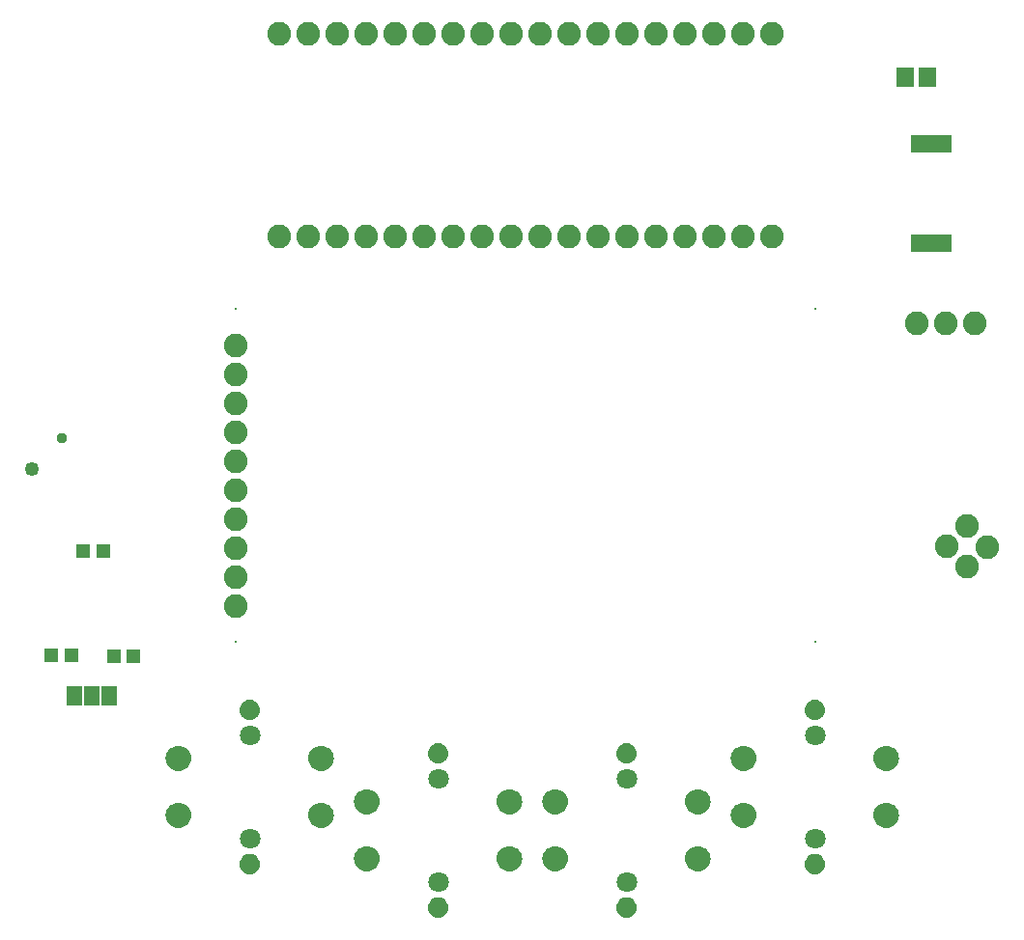
<source format=gbr>
G04 EAGLE Gerber X2 export*
%TF.Part,Single*%
%TF.FileFunction,Soldermask,Bot,1*%
%TF.FilePolarity,Negative*%
%TF.GenerationSoftware,Autodesk,EAGLE,9.0.0*%
%TF.CreationDate,2018-05-04T20:30:49Z*%
G75*
%MOMM*%
%FSLAX34Y34*%
%LPD*%
%AMOC8*
5,1,8,0,0,1.08239X$1,22.5*%
G01*
%ADD10C,0.205400*%
%ADD11C,1.803200*%
%ADD12R,1.303200X1.203200*%
%ADD13C,2.082800*%
%ADD14R,3.603200X1.503200*%
%ADD15R,1.371600X1.803400*%
%ADD16R,1.503200X1.803200*%
%ADD17C,0.953200*%
%ADD18C,1.253200*%

G36*
X851792Y205270D02*
X851792Y205270D01*
X851835Y205282D01*
X851901Y205289D01*
X853697Y205771D01*
X853714Y205779D01*
X853720Y205780D01*
X853734Y205788D01*
X853737Y205790D01*
X853801Y205809D01*
X855486Y206594D01*
X855523Y206620D01*
X855582Y206650D01*
X857105Y207716D01*
X857136Y207748D01*
X857190Y207787D01*
X858505Y209102D01*
X858530Y209139D01*
X858576Y209187D01*
X859642Y210710D01*
X859661Y210751D01*
X859698Y210806D01*
X860483Y212491D01*
X860495Y212534D01*
X860521Y212595D01*
X861003Y214391D01*
X861006Y214436D01*
X861022Y214500D01*
X861184Y216353D01*
X861179Y216401D01*
X861182Y216478D01*
X860955Y218532D01*
X860950Y218550D01*
X860949Y218556D01*
X860944Y218569D01*
X860941Y218578D01*
X860929Y218653D01*
X860306Y220624D01*
X860283Y220666D01*
X860257Y220738D01*
X859261Y222549D01*
X859252Y222559D01*
X859248Y222569D01*
X859226Y222593D01*
X859190Y222651D01*
X857860Y224233D01*
X857823Y224263D01*
X857771Y224320D01*
X856158Y225611D01*
X856116Y225634D01*
X856054Y225679D01*
X854220Y226631D01*
X854174Y226645D01*
X854104Y226677D01*
X852120Y227253D01*
X852072Y227258D01*
X851997Y227276D01*
X849939Y227454D01*
X849895Y227450D01*
X849829Y227454D01*
X847771Y227276D01*
X847724Y227264D01*
X847648Y227253D01*
X845664Y226677D01*
X845620Y226656D01*
X845548Y226631D01*
X843714Y225679D01*
X843676Y225650D01*
X843610Y225611D01*
X841997Y224320D01*
X841965Y224283D01*
X841908Y224233D01*
X840578Y222651D01*
X840554Y222609D01*
X840507Y222549D01*
X839511Y220738D01*
X839496Y220692D01*
X839462Y220624D01*
X838839Y218653D01*
X838832Y218606D01*
X838813Y218532D01*
X838586Y216478D01*
X838589Y216430D01*
X838584Y216353D01*
X838746Y214500D01*
X838758Y214457D01*
X838765Y214391D01*
X839247Y212595D01*
X839266Y212555D01*
X839285Y212491D01*
X840070Y210806D01*
X840096Y210769D01*
X840126Y210710D01*
X841192Y209187D01*
X841224Y209156D01*
X841263Y209102D01*
X842578Y207787D01*
X842615Y207762D01*
X842663Y207716D01*
X844186Y206650D01*
X844227Y206631D01*
X844282Y206594D01*
X845967Y205809D01*
X846010Y205797D01*
X846071Y205771D01*
X847867Y205289D01*
X847912Y205286D01*
X847976Y205270D01*
X849829Y205108D01*
X849873Y205112D01*
X849939Y205108D01*
X851792Y205270D01*
G37*
G36*
X686692Y167170D02*
X686692Y167170D01*
X686735Y167182D01*
X686801Y167189D01*
X688597Y167671D01*
X688614Y167679D01*
X688620Y167680D01*
X688634Y167688D01*
X688637Y167690D01*
X688701Y167709D01*
X690386Y168494D01*
X690423Y168520D01*
X690482Y168550D01*
X692005Y169616D01*
X692036Y169648D01*
X692090Y169687D01*
X693405Y171002D01*
X693430Y171039D01*
X693476Y171087D01*
X694542Y172610D01*
X694561Y172651D01*
X694598Y172706D01*
X695383Y174391D01*
X695395Y174434D01*
X695421Y174495D01*
X695903Y176291D01*
X695906Y176336D01*
X695922Y176400D01*
X696084Y178253D01*
X696079Y178301D01*
X696082Y178378D01*
X695855Y180432D01*
X695850Y180450D01*
X695849Y180456D01*
X695844Y180469D01*
X695841Y180478D01*
X695829Y180553D01*
X695206Y182524D01*
X695183Y182566D01*
X695157Y182638D01*
X694161Y184449D01*
X694152Y184459D01*
X694148Y184469D01*
X694126Y184493D01*
X694090Y184551D01*
X692760Y186133D01*
X692723Y186163D01*
X692671Y186220D01*
X691058Y187511D01*
X691016Y187534D01*
X690954Y187579D01*
X689120Y188531D01*
X689074Y188545D01*
X689004Y188577D01*
X687020Y189153D01*
X686972Y189158D01*
X686897Y189176D01*
X684839Y189354D01*
X684795Y189350D01*
X684729Y189354D01*
X682671Y189176D01*
X682624Y189164D01*
X682548Y189153D01*
X680564Y188577D01*
X680520Y188556D01*
X680448Y188531D01*
X678614Y187579D01*
X678576Y187550D01*
X678510Y187511D01*
X676897Y186220D01*
X676865Y186183D01*
X676808Y186133D01*
X675478Y184551D01*
X675454Y184509D01*
X675407Y184449D01*
X674411Y182638D01*
X674396Y182592D01*
X674362Y182524D01*
X673739Y180553D01*
X673732Y180506D01*
X673713Y180432D01*
X673486Y178378D01*
X673489Y178330D01*
X673484Y178253D01*
X673646Y176400D01*
X673658Y176357D01*
X673665Y176291D01*
X674147Y174495D01*
X674166Y174455D01*
X674185Y174391D01*
X674970Y172706D01*
X674996Y172669D01*
X675026Y172610D01*
X676092Y171087D01*
X676124Y171056D01*
X676163Y171002D01*
X677478Y169687D01*
X677515Y169662D01*
X677563Y169616D01*
X679086Y168550D01*
X679127Y168531D01*
X679182Y168494D01*
X680867Y167709D01*
X680910Y167697D01*
X680971Y167671D01*
X682767Y167189D01*
X682812Y167186D01*
X682876Y167170D01*
X684729Y167008D01*
X684773Y167012D01*
X684839Y167008D01*
X686692Y167170D01*
G37*
G36*
X521592Y167170D02*
X521592Y167170D01*
X521635Y167182D01*
X521701Y167189D01*
X523497Y167671D01*
X523514Y167679D01*
X523520Y167680D01*
X523534Y167688D01*
X523537Y167690D01*
X523601Y167709D01*
X525286Y168494D01*
X525323Y168520D01*
X525382Y168550D01*
X526905Y169616D01*
X526936Y169648D01*
X526990Y169687D01*
X528305Y171002D01*
X528330Y171039D01*
X528376Y171087D01*
X529442Y172610D01*
X529461Y172651D01*
X529498Y172706D01*
X530283Y174391D01*
X530295Y174434D01*
X530321Y174495D01*
X530803Y176291D01*
X530806Y176336D01*
X530822Y176400D01*
X530984Y178253D01*
X530979Y178301D01*
X530982Y178378D01*
X530755Y180432D01*
X530750Y180450D01*
X530749Y180456D01*
X530744Y180469D01*
X530741Y180478D01*
X530729Y180553D01*
X530106Y182524D01*
X530083Y182566D01*
X530057Y182638D01*
X529061Y184449D01*
X529052Y184459D01*
X529048Y184469D01*
X529026Y184493D01*
X528990Y184551D01*
X527660Y186133D01*
X527623Y186163D01*
X527571Y186220D01*
X525958Y187511D01*
X525916Y187534D01*
X525854Y187579D01*
X524020Y188531D01*
X523974Y188545D01*
X523904Y188577D01*
X521920Y189153D01*
X521872Y189158D01*
X521797Y189176D01*
X519739Y189354D01*
X519695Y189350D01*
X519629Y189354D01*
X517571Y189176D01*
X517524Y189164D01*
X517448Y189153D01*
X515464Y188577D01*
X515420Y188556D01*
X515348Y188531D01*
X513514Y187579D01*
X513476Y187550D01*
X513410Y187511D01*
X511797Y186220D01*
X511765Y186183D01*
X511708Y186133D01*
X510378Y184551D01*
X510354Y184509D01*
X510307Y184449D01*
X509311Y182638D01*
X509296Y182592D01*
X509262Y182524D01*
X508639Y180553D01*
X508632Y180506D01*
X508613Y180432D01*
X508386Y178378D01*
X508389Y178330D01*
X508384Y178253D01*
X508546Y176400D01*
X508558Y176357D01*
X508565Y176291D01*
X509047Y174495D01*
X509066Y174455D01*
X509085Y174391D01*
X509870Y172706D01*
X509896Y172669D01*
X509926Y172610D01*
X510992Y171087D01*
X511024Y171056D01*
X511063Y171002D01*
X512378Y169687D01*
X512415Y169662D01*
X512463Y169616D01*
X513986Y168550D01*
X514027Y168531D01*
X514082Y168494D01*
X515767Y167709D01*
X515810Y167697D01*
X515871Y167671D01*
X517667Y167189D01*
X517712Y167186D01*
X517776Y167170D01*
X519629Y167008D01*
X519673Y167012D01*
X519739Y167008D01*
X521592Y167170D01*
G37*
G36*
X561724Y167170D02*
X561724Y167170D01*
X561767Y167182D01*
X561833Y167189D01*
X563629Y167671D01*
X563646Y167679D01*
X563652Y167680D01*
X563666Y167688D01*
X563669Y167690D01*
X563733Y167709D01*
X565418Y168494D01*
X565455Y168520D01*
X565514Y168550D01*
X567037Y169616D01*
X567068Y169648D01*
X567122Y169687D01*
X568437Y171002D01*
X568462Y171039D01*
X568508Y171087D01*
X569574Y172610D01*
X569593Y172651D01*
X569630Y172706D01*
X570415Y174391D01*
X570427Y174434D01*
X570453Y174495D01*
X570935Y176291D01*
X570938Y176336D01*
X570954Y176400D01*
X571116Y178253D01*
X571111Y178301D01*
X571114Y178378D01*
X570887Y180432D01*
X570882Y180450D01*
X570881Y180456D01*
X570876Y180469D01*
X570873Y180478D01*
X570861Y180553D01*
X570238Y182524D01*
X570215Y182566D01*
X570189Y182638D01*
X569193Y184449D01*
X569184Y184459D01*
X569180Y184469D01*
X569158Y184493D01*
X569122Y184551D01*
X567792Y186133D01*
X567755Y186163D01*
X567703Y186220D01*
X566090Y187511D01*
X566048Y187534D01*
X565986Y187579D01*
X564152Y188531D01*
X564106Y188545D01*
X564036Y188577D01*
X562052Y189153D01*
X562004Y189158D01*
X561929Y189176D01*
X559871Y189354D01*
X559827Y189350D01*
X559761Y189354D01*
X557703Y189176D01*
X557656Y189164D01*
X557580Y189153D01*
X555596Y188577D01*
X555552Y188556D01*
X555480Y188531D01*
X553646Y187579D01*
X553608Y187550D01*
X553542Y187511D01*
X551929Y186220D01*
X551897Y186183D01*
X551840Y186133D01*
X550510Y184551D01*
X550486Y184509D01*
X550439Y184449D01*
X549443Y182638D01*
X549428Y182592D01*
X549394Y182524D01*
X548771Y180553D01*
X548764Y180506D01*
X548745Y180432D01*
X548518Y178378D01*
X548521Y178330D01*
X548516Y178253D01*
X548678Y176400D01*
X548690Y176357D01*
X548697Y176291D01*
X549179Y174495D01*
X549198Y174455D01*
X549217Y174391D01*
X550002Y172706D01*
X550028Y172669D01*
X550058Y172610D01*
X551124Y171087D01*
X551156Y171056D01*
X551195Y171002D01*
X552510Y169687D01*
X552547Y169662D01*
X552595Y169616D01*
X554118Y168550D01*
X554159Y168531D01*
X554214Y168494D01*
X555899Y167709D01*
X555942Y167697D01*
X556003Y167671D01*
X557799Y167189D01*
X557844Y167186D01*
X557908Y167170D01*
X559761Y167008D01*
X559805Y167012D01*
X559871Y167008D01*
X561724Y167170D01*
G37*
G36*
X231524Y255308D02*
X231524Y255308D01*
X231567Y255320D01*
X231633Y255327D01*
X233429Y255809D01*
X233446Y255817D01*
X233452Y255818D01*
X233466Y255826D01*
X233469Y255828D01*
X233533Y255847D01*
X235218Y256632D01*
X235255Y256658D01*
X235314Y256688D01*
X236837Y257754D01*
X236868Y257786D01*
X236922Y257825D01*
X238237Y259140D01*
X238262Y259177D01*
X238308Y259225D01*
X239374Y260748D01*
X239393Y260789D01*
X239430Y260844D01*
X240215Y262529D01*
X240227Y262572D01*
X240253Y262633D01*
X240735Y264429D01*
X240738Y264474D01*
X240754Y264538D01*
X240916Y266391D01*
X240911Y266439D01*
X240914Y266516D01*
X240687Y268570D01*
X240682Y268588D01*
X240681Y268594D01*
X240676Y268607D01*
X240673Y268616D01*
X240661Y268691D01*
X240038Y270662D01*
X240015Y270704D01*
X239989Y270776D01*
X238993Y272587D01*
X238984Y272597D01*
X238980Y272607D01*
X238958Y272631D01*
X238922Y272689D01*
X237592Y274271D01*
X237555Y274301D01*
X237503Y274358D01*
X235890Y275649D01*
X235848Y275672D01*
X235786Y275717D01*
X233952Y276669D01*
X233906Y276683D01*
X233836Y276715D01*
X231852Y277291D01*
X231804Y277296D01*
X231729Y277314D01*
X229671Y277492D01*
X229627Y277488D01*
X229561Y277492D01*
X227503Y277314D01*
X227456Y277302D01*
X227380Y277291D01*
X225396Y276715D01*
X225352Y276694D01*
X225280Y276669D01*
X223446Y275717D01*
X223408Y275688D01*
X223342Y275649D01*
X221729Y274358D01*
X221697Y274321D01*
X221640Y274271D01*
X220310Y272689D01*
X220286Y272647D01*
X220239Y272587D01*
X219243Y270776D01*
X219228Y270730D01*
X219194Y270662D01*
X218571Y268691D01*
X218564Y268644D01*
X218545Y268570D01*
X218318Y266516D01*
X218321Y266468D01*
X218316Y266391D01*
X218478Y264538D01*
X218490Y264495D01*
X218497Y264429D01*
X218979Y262633D01*
X218998Y262593D01*
X219017Y262529D01*
X219802Y260844D01*
X219828Y260807D01*
X219858Y260748D01*
X220924Y259225D01*
X220956Y259194D01*
X220995Y259140D01*
X222310Y257825D01*
X222347Y257800D01*
X222395Y257754D01*
X223918Y256688D01*
X223959Y256669D01*
X224014Y256632D01*
X225699Y255847D01*
X225742Y255835D01*
X225803Y255809D01*
X227599Y255327D01*
X227644Y255324D01*
X227708Y255308D01*
X229561Y255146D01*
X229605Y255150D01*
X229671Y255146D01*
X231524Y255308D01*
G37*
G36*
X851792Y255308D02*
X851792Y255308D01*
X851835Y255320D01*
X851901Y255327D01*
X853697Y255809D01*
X853714Y255817D01*
X853720Y255818D01*
X853734Y255826D01*
X853737Y255828D01*
X853801Y255847D01*
X855486Y256632D01*
X855523Y256658D01*
X855582Y256688D01*
X857105Y257754D01*
X857136Y257786D01*
X857190Y257825D01*
X858505Y259140D01*
X858530Y259177D01*
X858576Y259225D01*
X859642Y260748D01*
X859661Y260789D01*
X859698Y260844D01*
X860483Y262529D01*
X860495Y262572D01*
X860521Y262633D01*
X861003Y264429D01*
X861006Y264474D01*
X861022Y264538D01*
X861184Y266391D01*
X861179Y266439D01*
X861182Y266516D01*
X860955Y268570D01*
X860950Y268588D01*
X860949Y268594D01*
X860944Y268607D01*
X860941Y268616D01*
X860929Y268691D01*
X860306Y270662D01*
X860283Y270704D01*
X860257Y270776D01*
X859261Y272587D01*
X859252Y272597D01*
X859248Y272607D01*
X859226Y272631D01*
X859190Y272689D01*
X857860Y274271D01*
X857823Y274301D01*
X857771Y274358D01*
X856158Y275649D01*
X856116Y275672D01*
X856054Y275717D01*
X854220Y276669D01*
X854174Y276683D01*
X854104Y276715D01*
X852120Y277291D01*
X852072Y277296D01*
X851997Y277314D01*
X849939Y277492D01*
X849895Y277488D01*
X849829Y277492D01*
X847771Y277314D01*
X847724Y277302D01*
X847648Y277291D01*
X845664Y276715D01*
X845620Y276694D01*
X845548Y276669D01*
X843714Y275717D01*
X843676Y275688D01*
X843610Y275649D01*
X841997Y274358D01*
X841965Y274321D01*
X841908Y274271D01*
X840578Y272689D01*
X840554Y272647D01*
X840507Y272587D01*
X839511Y270776D01*
X839496Y270730D01*
X839462Y270662D01*
X838839Y268691D01*
X838832Y268644D01*
X838813Y268570D01*
X838586Y266516D01*
X838589Y266468D01*
X838584Y266391D01*
X838746Y264538D01*
X838758Y264495D01*
X838765Y264429D01*
X839247Y262633D01*
X839266Y262593D01*
X839285Y262529D01*
X840070Y260844D01*
X840096Y260807D01*
X840126Y260748D01*
X841192Y259225D01*
X841224Y259194D01*
X841263Y259140D01*
X842578Y257825D01*
X842615Y257800D01*
X842663Y257754D01*
X844186Y256688D01*
X844227Y256669D01*
X844282Y256632D01*
X845967Y255847D01*
X846010Y255835D01*
X846071Y255809D01*
X847867Y255327D01*
X847912Y255324D01*
X847976Y255308D01*
X849829Y255146D01*
X849873Y255150D01*
X849939Y255146D01*
X851792Y255308D01*
G37*
G36*
X356492Y255308D02*
X356492Y255308D01*
X356535Y255320D01*
X356601Y255327D01*
X358397Y255809D01*
X358414Y255817D01*
X358420Y255818D01*
X358434Y255826D01*
X358437Y255828D01*
X358501Y255847D01*
X360186Y256632D01*
X360223Y256658D01*
X360282Y256688D01*
X361805Y257754D01*
X361836Y257786D01*
X361890Y257825D01*
X363205Y259140D01*
X363230Y259177D01*
X363276Y259225D01*
X364342Y260748D01*
X364361Y260789D01*
X364398Y260844D01*
X365183Y262529D01*
X365195Y262572D01*
X365221Y262633D01*
X365703Y264429D01*
X365706Y264474D01*
X365722Y264538D01*
X365884Y266391D01*
X365879Y266439D01*
X365882Y266516D01*
X365655Y268570D01*
X365650Y268588D01*
X365649Y268594D01*
X365644Y268607D01*
X365641Y268616D01*
X365629Y268691D01*
X365006Y270662D01*
X364983Y270704D01*
X364957Y270776D01*
X363961Y272587D01*
X363952Y272597D01*
X363948Y272607D01*
X363926Y272631D01*
X363890Y272689D01*
X362560Y274271D01*
X362523Y274301D01*
X362471Y274358D01*
X360858Y275649D01*
X360816Y275672D01*
X360754Y275717D01*
X358920Y276669D01*
X358874Y276683D01*
X358804Y276715D01*
X356820Y277291D01*
X356772Y277296D01*
X356697Y277314D01*
X354639Y277492D01*
X354595Y277488D01*
X354529Y277492D01*
X352471Y277314D01*
X352424Y277302D01*
X352348Y277291D01*
X350364Y276715D01*
X350320Y276694D01*
X350248Y276669D01*
X348414Y275717D01*
X348376Y275688D01*
X348310Y275649D01*
X346697Y274358D01*
X346665Y274321D01*
X346608Y274271D01*
X345278Y272689D01*
X345254Y272647D01*
X345207Y272587D01*
X344211Y270776D01*
X344196Y270730D01*
X344162Y270662D01*
X343539Y268691D01*
X343532Y268644D01*
X343513Y268570D01*
X343286Y266516D01*
X343289Y266468D01*
X343284Y266391D01*
X343446Y264538D01*
X343458Y264495D01*
X343465Y264429D01*
X343947Y262633D01*
X343966Y262593D01*
X343985Y262529D01*
X344770Y260844D01*
X344796Y260807D01*
X344826Y260748D01*
X345892Y259225D01*
X345924Y259194D01*
X345963Y259140D01*
X347278Y257825D01*
X347315Y257800D01*
X347363Y257754D01*
X348886Y256688D01*
X348927Y256669D01*
X348982Y256632D01*
X350667Y255847D01*
X350710Y255835D01*
X350771Y255809D01*
X352567Y255327D01*
X352612Y255324D01*
X352676Y255308D01*
X354529Y255146D01*
X354573Y255150D01*
X354639Y255146D01*
X356492Y255308D01*
G37*
G36*
X726824Y255308D02*
X726824Y255308D01*
X726867Y255320D01*
X726933Y255327D01*
X728729Y255809D01*
X728746Y255817D01*
X728752Y255818D01*
X728766Y255826D01*
X728769Y255828D01*
X728833Y255847D01*
X730518Y256632D01*
X730555Y256658D01*
X730614Y256688D01*
X732137Y257754D01*
X732168Y257786D01*
X732222Y257825D01*
X733537Y259140D01*
X733562Y259177D01*
X733608Y259225D01*
X734674Y260748D01*
X734693Y260789D01*
X734730Y260844D01*
X735515Y262529D01*
X735527Y262572D01*
X735553Y262633D01*
X736035Y264429D01*
X736038Y264474D01*
X736054Y264538D01*
X736216Y266391D01*
X736211Y266439D01*
X736214Y266516D01*
X735987Y268570D01*
X735982Y268588D01*
X735981Y268594D01*
X735976Y268607D01*
X735973Y268616D01*
X735961Y268691D01*
X735338Y270662D01*
X735315Y270704D01*
X735289Y270776D01*
X734293Y272587D01*
X734284Y272597D01*
X734280Y272607D01*
X734258Y272631D01*
X734222Y272689D01*
X732892Y274271D01*
X732855Y274301D01*
X732803Y274358D01*
X731190Y275649D01*
X731148Y275672D01*
X731086Y275717D01*
X729252Y276669D01*
X729206Y276683D01*
X729136Y276715D01*
X727152Y277291D01*
X727104Y277296D01*
X727029Y277314D01*
X724971Y277492D01*
X724927Y277488D01*
X724861Y277492D01*
X722803Y277314D01*
X722756Y277302D01*
X722680Y277291D01*
X720696Y276715D01*
X720652Y276694D01*
X720580Y276669D01*
X718746Y275717D01*
X718708Y275688D01*
X718642Y275649D01*
X717029Y274358D01*
X716997Y274321D01*
X716940Y274271D01*
X715610Y272689D01*
X715586Y272647D01*
X715539Y272587D01*
X714543Y270776D01*
X714528Y270730D01*
X714494Y270662D01*
X713871Y268691D01*
X713864Y268644D01*
X713845Y268570D01*
X713618Y266516D01*
X713621Y266468D01*
X713616Y266391D01*
X713778Y264538D01*
X713790Y264495D01*
X713797Y264429D01*
X714279Y262633D01*
X714298Y262593D01*
X714317Y262529D01*
X715102Y260844D01*
X715128Y260807D01*
X715158Y260748D01*
X716224Y259225D01*
X716256Y259194D01*
X716295Y259140D01*
X717610Y257825D01*
X717647Y257800D01*
X717695Y257754D01*
X719218Y256688D01*
X719259Y256669D01*
X719314Y256632D01*
X720999Y255847D01*
X721042Y255835D01*
X721103Y255809D01*
X722899Y255327D01*
X722944Y255324D01*
X723008Y255308D01*
X724861Y255146D01*
X724905Y255150D01*
X724971Y255146D01*
X726824Y255308D01*
G37*
G36*
X686692Y217208D02*
X686692Y217208D01*
X686735Y217220D01*
X686801Y217227D01*
X688597Y217709D01*
X688614Y217717D01*
X688620Y217718D01*
X688634Y217726D01*
X688637Y217728D01*
X688701Y217747D01*
X690386Y218532D01*
X690423Y218558D01*
X690482Y218588D01*
X692005Y219654D01*
X692036Y219686D01*
X692090Y219725D01*
X693405Y221040D01*
X693430Y221077D01*
X693476Y221125D01*
X694542Y222648D01*
X694561Y222689D01*
X694598Y222744D01*
X695383Y224429D01*
X695395Y224472D01*
X695421Y224533D01*
X695903Y226329D01*
X695906Y226374D01*
X695922Y226438D01*
X696084Y228291D01*
X696079Y228339D01*
X696082Y228416D01*
X695855Y230470D01*
X695850Y230488D01*
X695849Y230494D01*
X695844Y230507D01*
X695841Y230516D01*
X695829Y230591D01*
X695206Y232562D01*
X695183Y232604D01*
X695157Y232676D01*
X694161Y234487D01*
X694152Y234497D01*
X694148Y234507D01*
X694126Y234531D01*
X694090Y234589D01*
X692760Y236171D01*
X692723Y236201D01*
X692671Y236258D01*
X691058Y237549D01*
X691016Y237572D01*
X690954Y237617D01*
X689120Y238569D01*
X689074Y238583D01*
X689004Y238615D01*
X687020Y239191D01*
X686972Y239196D01*
X686897Y239214D01*
X684839Y239392D01*
X684795Y239388D01*
X684729Y239392D01*
X682671Y239214D01*
X682624Y239202D01*
X682548Y239191D01*
X680564Y238615D01*
X680520Y238594D01*
X680448Y238569D01*
X678614Y237617D01*
X678576Y237588D01*
X678510Y237549D01*
X676897Y236258D01*
X676865Y236221D01*
X676808Y236171D01*
X675478Y234589D01*
X675454Y234547D01*
X675407Y234487D01*
X674411Y232676D01*
X674396Y232630D01*
X674362Y232562D01*
X673739Y230591D01*
X673732Y230544D01*
X673713Y230470D01*
X673486Y228416D01*
X673489Y228368D01*
X673484Y228291D01*
X673646Y226438D01*
X673658Y226395D01*
X673665Y226329D01*
X674147Y224533D01*
X674166Y224493D01*
X674185Y224429D01*
X674970Y222744D01*
X674996Y222707D01*
X675026Y222648D01*
X676092Y221125D01*
X676124Y221094D01*
X676163Y221040D01*
X677478Y219725D01*
X677515Y219700D01*
X677563Y219654D01*
X679086Y218588D01*
X679127Y218569D01*
X679182Y218532D01*
X680867Y217747D01*
X680910Y217735D01*
X680971Y217709D01*
X682767Y217227D01*
X682812Y217224D01*
X682876Y217208D01*
X684729Y217046D01*
X684773Y217050D01*
X684839Y217046D01*
X686692Y217208D01*
G37*
G36*
X396624Y217208D02*
X396624Y217208D01*
X396667Y217220D01*
X396733Y217227D01*
X398529Y217709D01*
X398546Y217717D01*
X398552Y217718D01*
X398566Y217726D01*
X398569Y217728D01*
X398633Y217747D01*
X400318Y218532D01*
X400355Y218558D01*
X400414Y218588D01*
X401937Y219654D01*
X401968Y219686D01*
X402022Y219725D01*
X403337Y221040D01*
X403362Y221077D01*
X403408Y221125D01*
X404474Y222648D01*
X404493Y222689D01*
X404530Y222744D01*
X405315Y224429D01*
X405327Y224472D01*
X405353Y224533D01*
X405835Y226329D01*
X405838Y226374D01*
X405854Y226438D01*
X406016Y228291D01*
X406011Y228339D01*
X406014Y228416D01*
X405787Y230470D01*
X405782Y230488D01*
X405781Y230494D01*
X405776Y230507D01*
X405773Y230516D01*
X405761Y230591D01*
X405138Y232562D01*
X405115Y232604D01*
X405089Y232676D01*
X404093Y234487D01*
X404084Y234497D01*
X404080Y234507D01*
X404058Y234531D01*
X404022Y234589D01*
X402692Y236171D01*
X402655Y236201D01*
X402603Y236258D01*
X400990Y237549D01*
X400948Y237572D01*
X400886Y237617D01*
X399052Y238569D01*
X399006Y238583D01*
X398936Y238615D01*
X396952Y239191D01*
X396904Y239196D01*
X396829Y239214D01*
X394771Y239392D01*
X394727Y239388D01*
X394661Y239392D01*
X392603Y239214D01*
X392556Y239202D01*
X392480Y239191D01*
X390496Y238615D01*
X390452Y238594D01*
X390380Y238569D01*
X388546Y237617D01*
X388508Y237588D01*
X388442Y237549D01*
X386829Y236258D01*
X386797Y236221D01*
X386740Y236171D01*
X385410Y234589D01*
X385386Y234547D01*
X385339Y234487D01*
X384343Y232676D01*
X384328Y232630D01*
X384294Y232562D01*
X383671Y230591D01*
X383664Y230544D01*
X383645Y230470D01*
X383418Y228416D01*
X383421Y228368D01*
X383416Y228291D01*
X383578Y226438D01*
X383590Y226395D01*
X383597Y226329D01*
X384079Y224533D01*
X384098Y224493D01*
X384117Y224429D01*
X384902Y222744D01*
X384928Y222707D01*
X384958Y222648D01*
X386024Y221125D01*
X386056Y221094D01*
X386095Y221040D01*
X387410Y219725D01*
X387447Y219700D01*
X387495Y219654D01*
X389018Y218588D01*
X389059Y218569D01*
X389114Y218532D01*
X390799Y217747D01*
X390842Y217735D01*
X390903Y217709D01*
X392699Y217227D01*
X392744Y217224D01*
X392808Y217208D01*
X394661Y217046D01*
X394705Y217050D01*
X394771Y217046D01*
X396624Y217208D01*
G37*
G36*
X561724Y217208D02*
X561724Y217208D01*
X561767Y217220D01*
X561833Y217227D01*
X563629Y217709D01*
X563646Y217717D01*
X563652Y217718D01*
X563666Y217726D01*
X563669Y217728D01*
X563733Y217747D01*
X565418Y218532D01*
X565455Y218558D01*
X565514Y218588D01*
X567037Y219654D01*
X567068Y219686D01*
X567122Y219725D01*
X568437Y221040D01*
X568462Y221077D01*
X568508Y221125D01*
X569574Y222648D01*
X569593Y222689D01*
X569630Y222744D01*
X570415Y224429D01*
X570427Y224472D01*
X570453Y224533D01*
X570935Y226329D01*
X570938Y226374D01*
X570954Y226438D01*
X571116Y228291D01*
X571111Y228339D01*
X571114Y228416D01*
X570887Y230470D01*
X570882Y230488D01*
X570881Y230494D01*
X570876Y230507D01*
X570873Y230516D01*
X570861Y230591D01*
X570238Y232562D01*
X570215Y232604D01*
X570189Y232676D01*
X569193Y234487D01*
X569184Y234497D01*
X569180Y234507D01*
X569158Y234531D01*
X569122Y234589D01*
X567792Y236171D01*
X567755Y236201D01*
X567703Y236258D01*
X566090Y237549D01*
X566048Y237572D01*
X565986Y237617D01*
X564152Y238569D01*
X564106Y238583D01*
X564036Y238615D01*
X562052Y239191D01*
X562004Y239196D01*
X561929Y239214D01*
X559871Y239392D01*
X559827Y239388D01*
X559761Y239392D01*
X557703Y239214D01*
X557656Y239202D01*
X557580Y239191D01*
X555596Y238615D01*
X555552Y238594D01*
X555480Y238569D01*
X553646Y237617D01*
X553608Y237588D01*
X553542Y237549D01*
X551929Y236258D01*
X551897Y236221D01*
X551840Y236171D01*
X550510Y234589D01*
X550486Y234547D01*
X550439Y234487D01*
X549443Y232676D01*
X549428Y232630D01*
X549394Y232562D01*
X548771Y230591D01*
X548764Y230544D01*
X548745Y230470D01*
X548518Y228416D01*
X548521Y228368D01*
X548516Y228291D01*
X548678Y226438D01*
X548690Y226395D01*
X548697Y226329D01*
X549179Y224533D01*
X549198Y224493D01*
X549217Y224429D01*
X550002Y222744D01*
X550028Y222707D01*
X550058Y222648D01*
X551124Y221125D01*
X551156Y221094D01*
X551195Y221040D01*
X552510Y219725D01*
X552547Y219700D01*
X552595Y219654D01*
X554118Y218588D01*
X554159Y218569D01*
X554214Y218532D01*
X555899Y217747D01*
X555942Y217735D01*
X556003Y217709D01*
X557799Y217227D01*
X557844Y217224D01*
X557908Y217208D01*
X559761Y217046D01*
X559805Y217050D01*
X559871Y217046D01*
X561724Y217208D01*
G37*
G36*
X521592Y217208D02*
X521592Y217208D01*
X521635Y217220D01*
X521701Y217227D01*
X523497Y217709D01*
X523514Y217717D01*
X523520Y217718D01*
X523534Y217726D01*
X523537Y217728D01*
X523601Y217747D01*
X525286Y218532D01*
X525323Y218558D01*
X525382Y218588D01*
X526905Y219654D01*
X526936Y219686D01*
X526990Y219725D01*
X528305Y221040D01*
X528330Y221077D01*
X528376Y221125D01*
X529442Y222648D01*
X529461Y222689D01*
X529498Y222744D01*
X530283Y224429D01*
X530295Y224472D01*
X530321Y224533D01*
X530803Y226329D01*
X530806Y226374D01*
X530822Y226438D01*
X530984Y228291D01*
X530979Y228339D01*
X530982Y228416D01*
X530755Y230470D01*
X530750Y230488D01*
X530749Y230494D01*
X530744Y230507D01*
X530741Y230516D01*
X530729Y230591D01*
X530106Y232562D01*
X530083Y232604D01*
X530057Y232676D01*
X529061Y234487D01*
X529052Y234497D01*
X529048Y234507D01*
X529026Y234531D01*
X528990Y234589D01*
X527660Y236171D01*
X527623Y236201D01*
X527571Y236258D01*
X525958Y237549D01*
X525916Y237572D01*
X525854Y237617D01*
X524020Y238569D01*
X523974Y238583D01*
X523904Y238615D01*
X521920Y239191D01*
X521872Y239196D01*
X521797Y239214D01*
X519739Y239392D01*
X519695Y239388D01*
X519629Y239392D01*
X517571Y239214D01*
X517524Y239202D01*
X517448Y239191D01*
X515464Y238615D01*
X515420Y238594D01*
X515348Y238569D01*
X513514Y237617D01*
X513476Y237588D01*
X513410Y237549D01*
X511797Y236258D01*
X511765Y236221D01*
X511708Y236171D01*
X510378Y234589D01*
X510354Y234547D01*
X510307Y234487D01*
X509311Y232676D01*
X509296Y232630D01*
X509262Y232562D01*
X508639Y230591D01*
X508632Y230544D01*
X508613Y230470D01*
X508386Y228416D01*
X508389Y228368D01*
X508384Y228291D01*
X508546Y226438D01*
X508558Y226395D01*
X508565Y226329D01*
X509047Y224533D01*
X509066Y224493D01*
X509085Y224429D01*
X509870Y222744D01*
X509896Y222707D01*
X509926Y222648D01*
X510992Y221125D01*
X511024Y221094D01*
X511063Y221040D01*
X512378Y219725D01*
X512415Y219700D01*
X512463Y219654D01*
X513986Y218588D01*
X514027Y218569D01*
X514082Y218532D01*
X515767Y217747D01*
X515810Y217735D01*
X515871Y217709D01*
X517667Y217227D01*
X517712Y217224D01*
X517776Y217208D01*
X519629Y217046D01*
X519673Y217050D01*
X519739Y217046D01*
X521592Y217208D01*
G37*
G36*
X396624Y167170D02*
X396624Y167170D01*
X396667Y167182D01*
X396733Y167189D01*
X398529Y167671D01*
X398546Y167679D01*
X398552Y167680D01*
X398566Y167688D01*
X398569Y167690D01*
X398633Y167709D01*
X400318Y168494D01*
X400355Y168520D01*
X400414Y168550D01*
X401937Y169616D01*
X401968Y169648D01*
X402022Y169687D01*
X403337Y171002D01*
X403362Y171039D01*
X403408Y171087D01*
X404474Y172610D01*
X404493Y172651D01*
X404530Y172706D01*
X405315Y174391D01*
X405327Y174434D01*
X405353Y174495D01*
X405835Y176291D01*
X405838Y176336D01*
X405854Y176400D01*
X406016Y178253D01*
X406011Y178301D01*
X406014Y178378D01*
X405787Y180432D01*
X405782Y180450D01*
X405781Y180456D01*
X405776Y180469D01*
X405773Y180478D01*
X405761Y180553D01*
X405138Y182524D01*
X405115Y182566D01*
X405089Y182638D01*
X404093Y184449D01*
X404084Y184459D01*
X404080Y184469D01*
X404058Y184493D01*
X404022Y184551D01*
X402692Y186133D01*
X402655Y186163D01*
X402603Y186220D01*
X400990Y187511D01*
X400948Y187534D01*
X400886Y187579D01*
X399052Y188531D01*
X399006Y188545D01*
X398936Y188577D01*
X396952Y189153D01*
X396904Y189158D01*
X396829Y189176D01*
X394771Y189354D01*
X394727Y189350D01*
X394661Y189354D01*
X392603Y189176D01*
X392556Y189164D01*
X392480Y189153D01*
X390496Y188577D01*
X390452Y188556D01*
X390380Y188531D01*
X388546Y187579D01*
X388508Y187550D01*
X388442Y187511D01*
X386829Y186220D01*
X386797Y186183D01*
X386740Y186133D01*
X385410Y184551D01*
X385386Y184509D01*
X385339Y184449D01*
X384343Y182638D01*
X384328Y182592D01*
X384294Y182524D01*
X383671Y180553D01*
X383664Y180506D01*
X383645Y180432D01*
X383418Y178378D01*
X383421Y178330D01*
X383416Y178253D01*
X383578Y176400D01*
X383590Y176357D01*
X383597Y176291D01*
X384079Y174495D01*
X384098Y174455D01*
X384117Y174391D01*
X384902Y172706D01*
X384928Y172669D01*
X384958Y172610D01*
X386024Y171087D01*
X386056Y171056D01*
X386095Y171002D01*
X387410Y169687D01*
X387447Y169662D01*
X387495Y169616D01*
X389018Y168550D01*
X389059Y168531D01*
X389114Y168494D01*
X390799Y167709D01*
X390842Y167697D01*
X390903Y167671D01*
X392699Y167189D01*
X392744Y167186D01*
X392808Y167170D01*
X394661Y167008D01*
X394705Y167012D01*
X394771Y167008D01*
X396624Y167170D01*
G37*
G36*
X726824Y205270D02*
X726824Y205270D01*
X726867Y205282D01*
X726933Y205289D01*
X728729Y205771D01*
X728746Y205779D01*
X728752Y205780D01*
X728766Y205788D01*
X728769Y205790D01*
X728833Y205809D01*
X730518Y206594D01*
X730555Y206620D01*
X730614Y206650D01*
X732137Y207716D01*
X732168Y207748D01*
X732222Y207787D01*
X733537Y209102D01*
X733562Y209139D01*
X733608Y209187D01*
X734674Y210710D01*
X734693Y210751D01*
X734730Y210806D01*
X735515Y212491D01*
X735527Y212534D01*
X735553Y212595D01*
X736035Y214391D01*
X736038Y214436D01*
X736054Y214500D01*
X736216Y216353D01*
X736211Y216401D01*
X736214Y216478D01*
X735987Y218532D01*
X735982Y218550D01*
X735981Y218556D01*
X735976Y218569D01*
X735973Y218578D01*
X735961Y218653D01*
X735338Y220624D01*
X735315Y220666D01*
X735289Y220738D01*
X734293Y222549D01*
X734284Y222559D01*
X734280Y222569D01*
X734258Y222593D01*
X734222Y222651D01*
X732892Y224233D01*
X732855Y224263D01*
X732803Y224320D01*
X731190Y225611D01*
X731148Y225634D01*
X731086Y225679D01*
X729252Y226631D01*
X729206Y226645D01*
X729136Y226677D01*
X727152Y227253D01*
X727104Y227258D01*
X727029Y227276D01*
X724971Y227454D01*
X724927Y227450D01*
X724861Y227454D01*
X722803Y227276D01*
X722756Y227264D01*
X722680Y227253D01*
X720696Y226677D01*
X720652Y226656D01*
X720580Y226631D01*
X718746Y225679D01*
X718708Y225650D01*
X718642Y225611D01*
X717029Y224320D01*
X716997Y224283D01*
X716940Y224233D01*
X715610Y222651D01*
X715586Y222609D01*
X715539Y222549D01*
X714543Y220738D01*
X714528Y220692D01*
X714494Y220624D01*
X713871Y218653D01*
X713864Y218606D01*
X713845Y218532D01*
X713618Y216478D01*
X713621Y216430D01*
X713616Y216353D01*
X713778Y214500D01*
X713790Y214457D01*
X713797Y214391D01*
X714279Y212595D01*
X714298Y212555D01*
X714317Y212491D01*
X715102Y210806D01*
X715128Y210769D01*
X715158Y210710D01*
X716224Y209187D01*
X716256Y209156D01*
X716295Y209102D01*
X717610Y207787D01*
X717647Y207762D01*
X717695Y207716D01*
X719218Y206650D01*
X719259Y206631D01*
X719314Y206594D01*
X720999Y205809D01*
X721042Y205797D01*
X721103Y205771D01*
X722899Y205289D01*
X722944Y205286D01*
X723008Y205270D01*
X724861Y205108D01*
X724905Y205112D01*
X724971Y205108D01*
X726824Y205270D01*
G37*
G36*
X231524Y205270D02*
X231524Y205270D01*
X231567Y205282D01*
X231633Y205289D01*
X233429Y205771D01*
X233446Y205779D01*
X233452Y205780D01*
X233466Y205788D01*
X233469Y205790D01*
X233533Y205809D01*
X235218Y206594D01*
X235255Y206620D01*
X235314Y206650D01*
X236837Y207716D01*
X236868Y207748D01*
X236922Y207787D01*
X238237Y209102D01*
X238262Y209139D01*
X238308Y209187D01*
X239374Y210710D01*
X239393Y210751D01*
X239430Y210806D01*
X240215Y212491D01*
X240227Y212534D01*
X240253Y212595D01*
X240735Y214391D01*
X240738Y214436D01*
X240754Y214500D01*
X240916Y216353D01*
X240911Y216401D01*
X240914Y216478D01*
X240687Y218532D01*
X240682Y218550D01*
X240681Y218556D01*
X240676Y218569D01*
X240673Y218578D01*
X240661Y218653D01*
X240038Y220624D01*
X240015Y220666D01*
X239989Y220738D01*
X238993Y222549D01*
X238984Y222559D01*
X238980Y222569D01*
X238958Y222593D01*
X238922Y222651D01*
X237592Y224233D01*
X237555Y224263D01*
X237503Y224320D01*
X235890Y225611D01*
X235848Y225634D01*
X235786Y225679D01*
X233952Y226631D01*
X233906Y226645D01*
X233836Y226677D01*
X231852Y227253D01*
X231804Y227258D01*
X231729Y227276D01*
X229671Y227454D01*
X229627Y227450D01*
X229561Y227454D01*
X227503Y227276D01*
X227456Y227264D01*
X227380Y227253D01*
X225396Y226677D01*
X225352Y226656D01*
X225280Y226631D01*
X223446Y225679D01*
X223408Y225650D01*
X223342Y225611D01*
X221729Y224320D01*
X221697Y224283D01*
X221640Y224233D01*
X220310Y222651D01*
X220286Y222609D01*
X220239Y222549D01*
X219243Y220738D01*
X219228Y220692D01*
X219194Y220624D01*
X218571Y218653D01*
X218564Y218606D01*
X218545Y218532D01*
X218318Y216478D01*
X218321Y216430D01*
X218316Y216353D01*
X218478Y214500D01*
X218490Y214457D01*
X218497Y214391D01*
X218979Y212595D01*
X218998Y212555D01*
X219017Y212491D01*
X219802Y210806D01*
X219828Y210769D01*
X219858Y210710D01*
X220924Y209187D01*
X220956Y209156D01*
X220995Y209102D01*
X222310Y207787D01*
X222347Y207762D01*
X222395Y207716D01*
X223918Y206650D01*
X223959Y206631D01*
X224014Y206594D01*
X225699Y205809D01*
X225742Y205797D01*
X225803Y205771D01*
X227599Y205289D01*
X227644Y205286D01*
X227708Y205270D01*
X229561Y205108D01*
X229605Y205112D01*
X229671Y205108D01*
X231524Y205270D01*
G37*
G36*
X356492Y205270D02*
X356492Y205270D01*
X356535Y205282D01*
X356601Y205289D01*
X358397Y205771D01*
X358414Y205779D01*
X358420Y205780D01*
X358434Y205788D01*
X358437Y205790D01*
X358501Y205809D01*
X360186Y206594D01*
X360223Y206620D01*
X360282Y206650D01*
X361805Y207716D01*
X361836Y207748D01*
X361890Y207787D01*
X363205Y209102D01*
X363230Y209139D01*
X363276Y209187D01*
X364342Y210710D01*
X364361Y210751D01*
X364398Y210806D01*
X365183Y212491D01*
X365195Y212534D01*
X365221Y212595D01*
X365703Y214391D01*
X365706Y214436D01*
X365722Y214500D01*
X365884Y216353D01*
X365879Y216401D01*
X365882Y216478D01*
X365655Y218532D01*
X365650Y218550D01*
X365649Y218556D01*
X365644Y218569D01*
X365641Y218578D01*
X365629Y218653D01*
X365006Y220624D01*
X364983Y220666D01*
X364957Y220738D01*
X363961Y222549D01*
X363952Y222559D01*
X363948Y222569D01*
X363926Y222593D01*
X363890Y222651D01*
X362560Y224233D01*
X362523Y224263D01*
X362471Y224320D01*
X360858Y225611D01*
X360816Y225634D01*
X360754Y225679D01*
X358920Y226631D01*
X358874Y226645D01*
X358804Y226677D01*
X356820Y227253D01*
X356772Y227258D01*
X356697Y227276D01*
X354639Y227454D01*
X354595Y227450D01*
X354529Y227454D01*
X352471Y227276D01*
X352424Y227264D01*
X352348Y227253D01*
X350364Y226677D01*
X350320Y226656D01*
X350248Y226631D01*
X348414Y225679D01*
X348376Y225650D01*
X348310Y225611D01*
X346697Y224320D01*
X346665Y224283D01*
X346608Y224233D01*
X345278Y222651D01*
X345254Y222609D01*
X345207Y222549D01*
X344211Y220738D01*
X344196Y220692D01*
X344162Y220624D01*
X343539Y218653D01*
X343532Y218606D01*
X343513Y218532D01*
X343286Y216478D01*
X343289Y216430D01*
X343284Y216353D01*
X343446Y214500D01*
X343458Y214457D01*
X343465Y214391D01*
X343947Y212595D01*
X343966Y212555D01*
X343985Y212491D01*
X344770Y210806D01*
X344796Y210769D01*
X344826Y210710D01*
X345892Y209187D01*
X345924Y209156D01*
X345963Y209102D01*
X347278Y207787D01*
X347315Y207762D01*
X347363Y207716D01*
X348886Y206650D01*
X348927Y206631D01*
X348982Y206594D01*
X350667Y205809D01*
X350710Y205797D01*
X350771Y205771D01*
X352567Y205289D01*
X352612Y205286D01*
X352676Y205270D01*
X354529Y205108D01*
X354573Y205112D01*
X354639Y205108D01*
X356492Y205270D01*
G37*
G36*
X789065Y299984D02*
X789065Y299984D01*
X789112Y299996D01*
X789188Y300006D01*
X790743Y300452D01*
X790787Y300473D01*
X790859Y300498D01*
X792298Y301239D01*
X792336Y301268D01*
X792402Y301306D01*
X793669Y302314D01*
X793701Y302350D01*
X793758Y302400D01*
X794804Y303635D01*
X794828Y303677D01*
X794875Y303738D01*
X795660Y305153D01*
X795675Y305199D01*
X795709Y305267D01*
X796203Y306809D01*
X796209Y306856D01*
X796229Y306930D01*
X796412Y308538D01*
X796409Y308586D01*
X796414Y308663D01*
X796275Y310325D01*
X796263Y310372D01*
X796253Y310448D01*
X795793Y312051D01*
X795771Y312094D01*
X795747Y312167D01*
X794982Y313649D01*
X794953Y313688D01*
X794915Y313754D01*
X793876Y315059D01*
X793840Y315091D01*
X793789Y315148D01*
X792516Y316226D01*
X792474Y316250D01*
X792413Y316296D01*
X790954Y317105D01*
X790908Y317120D01*
X790840Y317154D01*
X789251Y317662D01*
X789203Y317668D01*
X789129Y317688D01*
X787472Y317876D01*
X787421Y317873D01*
X787328Y317876D01*
X785671Y317688D01*
X785625Y317674D01*
X785549Y317662D01*
X783960Y317154D01*
X783918Y317131D01*
X783846Y317105D01*
X782387Y316296D01*
X782349Y316266D01*
X782284Y316226D01*
X781011Y315148D01*
X780980Y315111D01*
X780924Y315059D01*
X779885Y313754D01*
X779862Y313711D01*
X779818Y313649D01*
X779053Y312167D01*
X779039Y312121D01*
X779007Y312051D01*
X778547Y310448D01*
X778542Y310400D01*
X778525Y310325D01*
X778386Y308663D01*
X778391Y308615D01*
X778388Y308538D01*
X778571Y306930D01*
X778585Y306884D01*
X778597Y306809D01*
X779091Y305267D01*
X779114Y305225D01*
X779140Y305153D01*
X779925Y303738D01*
X779956Y303700D01*
X779996Y303635D01*
X781042Y302400D01*
X781079Y302370D01*
X781131Y302314D01*
X782398Y301306D01*
X782440Y301283D01*
X782502Y301239D01*
X783941Y300498D01*
X783987Y300484D01*
X784057Y300452D01*
X785612Y300006D01*
X785660Y300001D01*
X785735Y299984D01*
X787348Y299850D01*
X787390Y299854D01*
X787452Y299850D01*
X789065Y299984D01*
G37*
G36*
X458865Y261884D02*
X458865Y261884D01*
X458912Y261896D01*
X458988Y261906D01*
X460543Y262352D01*
X460587Y262373D01*
X460659Y262398D01*
X462098Y263139D01*
X462136Y263168D01*
X462202Y263206D01*
X463469Y264214D01*
X463501Y264250D01*
X463558Y264300D01*
X464604Y265535D01*
X464628Y265577D01*
X464675Y265638D01*
X465460Y267053D01*
X465475Y267099D01*
X465509Y267167D01*
X466003Y268709D01*
X466009Y268756D01*
X466029Y268830D01*
X466212Y270438D01*
X466209Y270486D01*
X466214Y270563D01*
X466075Y272225D01*
X466063Y272272D01*
X466053Y272348D01*
X465593Y273951D01*
X465571Y273994D01*
X465547Y274067D01*
X464782Y275549D01*
X464753Y275588D01*
X464715Y275654D01*
X463676Y276959D01*
X463640Y276991D01*
X463589Y277048D01*
X462316Y278126D01*
X462274Y278150D01*
X462213Y278196D01*
X460754Y279005D01*
X460708Y279020D01*
X460640Y279054D01*
X459051Y279562D01*
X459003Y279568D01*
X458929Y279588D01*
X457272Y279776D01*
X457221Y279773D01*
X457128Y279776D01*
X455471Y279588D01*
X455425Y279574D01*
X455349Y279562D01*
X453760Y279054D01*
X453718Y279031D01*
X453646Y279005D01*
X452187Y278196D01*
X452149Y278166D01*
X452084Y278126D01*
X450811Y277048D01*
X450780Y277011D01*
X450724Y276959D01*
X449685Y275654D01*
X449662Y275611D01*
X449618Y275549D01*
X448853Y274067D01*
X448839Y274021D01*
X448807Y273951D01*
X448347Y272348D01*
X448342Y272300D01*
X448325Y272225D01*
X448186Y270563D01*
X448191Y270515D01*
X448188Y270438D01*
X448371Y268830D01*
X448385Y268784D01*
X448397Y268709D01*
X448891Y267167D01*
X448914Y267125D01*
X448940Y267053D01*
X449725Y265638D01*
X449756Y265600D01*
X449796Y265535D01*
X450842Y264300D01*
X450879Y264270D01*
X450931Y264214D01*
X452198Y263206D01*
X452240Y263183D01*
X452302Y263139D01*
X453741Y262398D01*
X453787Y262384D01*
X453857Y262352D01*
X455412Y261906D01*
X455460Y261901D01*
X455535Y261884D01*
X457148Y261750D01*
X457190Y261754D01*
X457252Y261750D01*
X458865Y261884D01*
G37*
G36*
X623965Y261884D02*
X623965Y261884D01*
X624012Y261896D01*
X624088Y261906D01*
X625643Y262352D01*
X625687Y262373D01*
X625759Y262398D01*
X627198Y263139D01*
X627236Y263168D01*
X627302Y263206D01*
X628569Y264214D01*
X628601Y264250D01*
X628658Y264300D01*
X629704Y265535D01*
X629728Y265577D01*
X629775Y265638D01*
X630560Y267053D01*
X630575Y267099D01*
X630609Y267167D01*
X631103Y268709D01*
X631109Y268756D01*
X631129Y268830D01*
X631312Y270438D01*
X631309Y270486D01*
X631314Y270563D01*
X631175Y272225D01*
X631163Y272272D01*
X631153Y272348D01*
X630693Y273951D01*
X630671Y273994D01*
X630647Y274067D01*
X629882Y275549D01*
X629853Y275588D01*
X629815Y275654D01*
X628776Y276959D01*
X628740Y276991D01*
X628689Y277048D01*
X627416Y278126D01*
X627374Y278150D01*
X627313Y278196D01*
X625854Y279005D01*
X625808Y279020D01*
X625740Y279054D01*
X624151Y279562D01*
X624103Y279568D01*
X624029Y279588D01*
X622372Y279776D01*
X622321Y279773D01*
X622228Y279776D01*
X620571Y279588D01*
X620525Y279574D01*
X620449Y279562D01*
X618860Y279054D01*
X618818Y279031D01*
X618746Y279005D01*
X617287Y278196D01*
X617249Y278166D01*
X617184Y278126D01*
X615911Y277048D01*
X615880Y277011D01*
X615824Y276959D01*
X614785Y275654D01*
X614762Y275611D01*
X614718Y275549D01*
X613953Y274067D01*
X613939Y274021D01*
X613907Y273951D01*
X613447Y272348D01*
X613442Y272300D01*
X613425Y272225D01*
X613286Y270563D01*
X613291Y270515D01*
X613288Y270438D01*
X613471Y268830D01*
X613485Y268784D01*
X613497Y268709D01*
X613991Y267167D01*
X614014Y267125D01*
X614040Y267053D01*
X614825Y265638D01*
X614856Y265600D01*
X614896Y265535D01*
X615942Y264300D01*
X615979Y264270D01*
X616031Y264214D01*
X617298Y263206D01*
X617340Y263183D01*
X617402Y263139D01*
X618841Y262398D01*
X618887Y262384D01*
X618957Y262352D01*
X620512Y261906D01*
X620560Y261901D01*
X620635Y261884D01*
X622248Y261750D01*
X622290Y261754D01*
X622352Y261750D01*
X623965Y261884D01*
G37*
G36*
X293765Y299984D02*
X293765Y299984D01*
X293812Y299996D01*
X293888Y300006D01*
X295443Y300452D01*
X295487Y300473D01*
X295559Y300498D01*
X296998Y301239D01*
X297036Y301268D01*
X297102Y301306D01*
X298369Y302314D01*
X298401Y302350D01*
X298458Y302400D01*
X299504Y303635D01*
X299528Y303677D01*
X299575Y303738D01*
X300360Y305153D01*
X300375Y305199D01*
X300409Y305267D01*
X300903Y306809D01*
X300909Y306856D01*
X300929Y306930D01*
X301112Y308538D01*
X301109Y308586D01*
X301114Y308663D01*
X300975Y310325D01*
X300963Y310372D01*
X300953Y310448D01*
X300493Y312051D01*
X300471Y312094D01*
X300447Y312167D01*
X299682Y313649D01*
X299653Y313688D01*
X299615Y313754D01*
X298576Y315059D01*
X298540Y315091D01*
X298489Y315148D01*
X297216Y316226D01*
X297174Y316250D01*
X297113Y316296D01*
X295654Y317105D01*
X295608Y317120D01*
X295540Y317154D01*
X293951Y317662D01*
X293903Y317668D01*
X293829Y317688D01*
X292172Y317876D01*
X292121Y317873D01*
X292028Y317876D01*
X290371Y317688D01*
X290325Y317674D01*
X290249Y317662D01*
X288660Y317154D01*
X288618Y317131D01*
X288546Y317105D01*
X287087Y316296D01*
X287049Y316266D01*
X286984Y316226D01*
X285711Y315148D01*
X285680Y315111D01*
X285624Y315059D01*
X284585Y313754D01*
X284562Y313711D01*
X284518Y313649D01*
X283753Y312167D01*
X283739Y312121D01*
X283707Y312051D01*
X283247Y310448D01*
X283242Y310400D01*
X283225Y310325D01*
X283086Y308663D01*
X283091Y308615D01*
X283088Y308538D01*
X283271Y306930D01*
X283285Y306884D01*
X283297Y306809D01*
X283791Y305267D01*
X283814Y305225D01*
X283840Y305153D01*
X284625Y303738D01*
X284656Y303700D01*
X284696Y303635D01*
X285742Y302400D01*
X285779Y302370D01*
X285831Y302314D01*
X287098Y301306D01*
X287140Y301283D01*
X287202Y301239D01*
X288641Y300498D01*
X288687Y300484D01*
X288757Y300452D01*
X290312Y300006D01*
X290360Y300001D01*
X290435Y299984D01*
X292048Y299850D01*
X292090Y299854D01*
X292152Y299850D01*
X293765Y299984D01*
G37*
G36*
X293765Y164856D02*
X293765Y164856D01*
X293812Y164868D01*
X293888Y164878D01*
X295443Y165324D01*
X295487Y165345D01*
X295559Y165370D01*
X296998Y166111D01*
X297036Y166140D01*
X297102Y166178D01*
X298369Y167186D01*
X298401Y167222D01*
X298458Y167272D01*
X299504Y168507D01*
X299528Y168549D01*
X299575Y168610D01*
X300360Y170025D01*
X300375Y170071D01*
X300409Y170139D01*
X300903Y171681D01*
X300909Y171728D01*
X300929Y171802D01*
X301112Y173410D01*
X301109Y173458D01*
X301114Y173535D01*
X300975Y175197D01*
X300963Y175244D01*
X300953Y175320D01*
X300493Y176923D01*
X300471Y176966D01*
X300447Y177039D01*
X299682Y178521D01*
X299653Y178560D01*
X299615Y178626D01*
X298576Y179931D01*
X298540Y179963D01*
X298489Y180020D01*
X297216Y181098D01*
X297174Y181122D01*
X297113Y181168D01*
X295654Y181977D01*
X295608Y181992D01*
X295540Y182026D01*
X293951Y182534D01*
X293903Y182540D01*
X293829Y182560D01*
X292172Y182748D01*
X292121Y182745D01*
X292028Y182748D01*
X290371Y182560D01*
X290325Y182546D01*
X290249Y182534D01*
X288660Y182026D01*
X288618Y182003D01*
X288546Y181977D01*
X287087Y181168D01*
X287049Y181138D01*
X286984Y181098D01*
X285711Y180020D01*
X285680Y179983D01*
X285624Y179931D01*
X284585Y178626D01*
X284562Y178583D01*
X284518Y178521D01*
X283753Y177039D01*
X283739Y176993D01*
X283707Y176923D01*
X283247Y175320D01*
X283242Y175272D01*
X283225Y175197D01*
X283086Y173535D01*
X283091Y173487D01*
X283088Y173410D01*
X283271Y171802D01*
X283285Y171756D01*
X283297Y171681D01*
X283791Y170139D01*
X283814Y170097D01*
X283840Y170025D01*
X284625Y168610D01*
X284656Y168572D01*
X284696Y168507D01*
X285742Y167272D01*
X285779Y167242D01*
X285831Y167186D01*
X287098Y166178D01*
X287140Y166155D01*
X287202Y166111D01*
X288641Y165370D01*
X288687Y165356D01*
X288757Y165324D01*
X290312Y164878D01*
X290360Y164873D01*
X290435Y164856D01*
X292048Y164722D01*
X292090Y164726D01*
X292152Y164722D01*
X293765Y164856D01*
G37*
G36*
X789065Y164856D02*
X789065Y164856D01*
X789112Y164868D01*
X789188Y164878D01*
X790743Y165324D01*
X790787Y165345D01*
X790859Y165370D01*
X792298Y166111D01*
X792336Y166140D01*
X792402Y166178D01*
X793669Y167186D01*
X793701Y167222D01*
X793758Y167272D01*
X794804Y168507D01*
X794828Y168549D01*
X794875Y168610D01*
X795660Y170025D01*
X795675Y170071D01*
X795709Y170139D01*
X796203Y171681D01*
X796209Y171728D01*
X796229Y171802D01*
X796412Y173410D01*
X796409Y173458D01*
X796414Y173535D01*
X796275Y175197D01*
X796263Y175244D01*
X796253Y175320D01*
X795793Y176923D01*
X795771Y176966D01*
X795747Y177039D01*
X794982Y178521D01*
X794953Y178560D01*
X794915Y178626D01*
X793876Y179931D01*
X793840Y179963D01*
X793789Y180020D01*
X792516Y181098D01*
X792474Y181122D01*
X792413Y181168D01*
X790954Y181977D01*
X790908Y181992D01*
X790840Y182026D01*
X789251Y182534D01*
X789203Y182540D01*
X789129Y182560D01*
X787472Y182748D01*
X787421Y182745D01*
X787328Y182748D01*
X785671Y182560D01*
X785625Y182546D01*
X785549Y182534D01*
X783960Y182026D01*
X783918Y182003D01*
X783846Y181977D01*
X782387Y181168D01*
X782349Y181138D01*
X782284Y181098D01*
X781011Y180020D01*
X780980Y179983D01*
X780924Y179931D01*
X779885Y178626D01*
X779862Y178583D01*
X779818Y178521D01*
X779053Y177039D01*
X779039Y176993D01*
X779007Y176923D01*
X778547Y175320D01*
X778542Y175272D01*
X778525Y175197D01*
X778386Y173535D01*
X778391Y173487D01*
X778388Y173410D01*
X778571Y171802D01*
X778585Y171756D01*
X778597Y171681D01*
X779091Y170139D01*
X779114Y170097D01*
X779140Y170025D01*
X779925Y168610D01*
X779956Y168572D01*
X779996Y168507D01*
X781042Y167272D01*
X781079Y167242D01*
X781131Y167186D01*
X782398Y166178D01*
X782440Y166155D01*
X782502Y166111D01*
X783941Y165370D01*
X783987Y165356D01*
X784057Y165324D01*
X785612Y164878D01*
X785660Y164873D01*
X785735Y164856D01*
X787348Y164722D01*
X787390Y164726D01*
X787452Y164722D01*
X789065Y164856D01*
G37*
G36*
X623965Y126756D02*
X623965Y126756D01*
X624012Y126768D01*
X624088Y126778D01*
X625643Y127224D01*
X625687Y127245D01*
X625759Y127270D01*
X627198Y128011D01*
X627236Y128040D01*
X627302Y128078D01*
X628569Y129086D01*
X628601Y129122D01*
X628658Y129172D01*
X629704Y130407D01*
X629728Y130449D01*
X629775Y130510D01*
X630560Y131925D01*
X630575Y131971D01*
X630609Y132039D01*
X631103Y133581D01*
X631109Y133628D01*
X631129Y133702D01*
X631312Y135310D01*
X631309Y135358D01*
X631314Y135435D01*
X631175Y137097D01*
X631163Y137144D01*
X631153Y137220D01*
X630693Y138823D01*
X630671Y138866D01*
X630647Y138939D01*
X629882Y140421D01*
X629853Y140460D01*
X629815Y140526D01*
X628776Y141831D01*
X628740Y141863D01*
X628689Y141920D01*
X627416Y142998D01*
X627374Y143022D01*
X627313Y143068D01*
X625854Y143877D01*
X625808Y143892D01*
X625740Y143926D01*
X624151Y144434D01*
X624103Y144440D01*
X624029Y144460D01*
X622372Y144648D01*
X622321Y144645D01*
X622228Y144648D01*
X620571Y144460D01*
X620525Y144446D01*
X620449Y144434D01*
X618860Y143926D01*
X618818Y143903D01*
X618746Y143877D01*
X617287Y143068D01*
X617249Y143038D01*
X617184Y142998D01*
X615911Y141920D01*
X615880Y141883D01*
X615824Y141831D01*
X614785Y140526D01*
X614762Y140483D01*
X614718Y140421D01*
X613953Y138939D01*
X613939Y138893D01*
X613907Y138823D01*
X613447Y137220D01*
X613442Y137172D01*
X613425Y137097D01*
X613286Y135435D01*
X613291Y135387D01*
X613288Y135310D01*
X613471Y133702D01*
X613485Y133656D01*
X613497Y133581D01*
X613991Y132039D01*
X614014Y131997D01*
X614040Y131925D01*
X614825Y130510D01*
X614856Y130472D01*
X614896Y130407D01*
X615942Y129172D01*
X615979Y129142D01*
X616031Y129086D01*
X617298Y128078D01*
X617340Y128055D01*
X617402Y128011D01*
X618841Y127270D01*
X618887Y127256D01*
X618957Y127224D01*
X620512Y126778D01*
X620560Y126773D01*
X620635Y126756D01*
X622248Y126622D01*
X622290Y126626D01*
X622352Y126622D01*
X623965Y126756D01*
G37*
G36*
X458865Y126756D02*
X458865Y126756D01*
X458912Y126768D01*
X458988Y126778D01*
X460543Y127224D01*
X460587Y127245D01*
X460659Y127270D01*
X462098Y128011D01*
X462136Y128040D01*
X462202Y128078D01*
X463469Y129086D01*
X463501Y129122D01*
X463558Y129172D01*
X464604Y130407D01*
X464628Y130449D01*
X464675Y130510D01*
X465460Y131925D01*
X465475Y131971D01*
X465509Y132039D01*
X466003Y133581D01*
X466009Y133628D01*
X466029Y133702D01*
X466212Y135310D01*
X466209Y135358D01*
X466214Y135435D01*
X466075Y137097D01*
X466063Y137144D01*
X466053Y137220D01*
X465593Y138823D01*
X465571Y138866D01*
X465547Y138939D01*
X464782Y140421D01*
X464753Y140460D01*
X464715Y140526D01*
X463676Y141831D01*
X463640Y141863D01*
X463589Y141920D01*
X462316Y142998D01*
X462274Y143022D01*
X462213Y143068D01*
X460754Y143877D01*
X460708Y143892D01*
X460640Y143926D01*
X459051Y144434D01*
X459003Y144440D01*
X458929Y144460D01*
X457272Y144648D01*
X457221Y144645D01*
X457128Y144648D01*
X455471Y144460D01*
X455425Y144446D01*
X455349Y144434D01*
X453760Y143926D01*
X453718Y143903D01*
X453646Y143877D01*
X452187Y143068D01*
X452149Y143038D01*
X452084Y142998D01*
X450811Y141920D01*
X450780Y141883D01*
X450724Y141831D01*
X449685Y140526D01*
X449662Y140483D01*
X449618Y140421D01*
X448853Y138939D01*
X448839Y138893D01*
X448807Y138823D01*
X448347Y137220D01*
X448342Y137172D01*
X448325Y137097D01*
X448186Y135435D01*
X448191Y135387D01*
X448188Y135310D01*
X448371Y133702D01*
X448385Y133656D01*
X448397Y133581D01*
X448891Y132039D01*
X448914Y131997D01*
X448940Y131925D01*
X449725Y130510D01*
X449756Y130472D01*
X449796Y130407D01*
X450842Y129172D01*
X450879Y129142D01*
X450931Y129086D01*
X452198Y128078D01*
X452240Y128055D01*
X452302Y128011D01*
X453741Y127270D01*
X453787Y127256D01*
X453857Y127224D01*
X455412Y126778D01*
X455460Y126773D01*
X455535Y126756D01*
X457148Y126622D01*
X457190Y126626D01*
X457252Y126622D01*
X458865Y126756D01*
G37*
D10*
X279400Y660400D03*
X787400Y368300D03*
X787400Y660400D03*
X279400Y368300D03*
D11*
X457200Y248200D03*
X457200Y158200D03*
D12*
X146440Y448310D03*
X163440Y448310D03*
D11*
X622300Y248200D03*
X622300Y158200D03*
D13*
X279400Y400050D03*
X279400Y425450D03*
X279400Y450850D03*
X279400Y476250D03*
X279400Y501650D03*
X279400Y527050D03*
X279400Y552450D03*
X279400Y577850D03*
X279400Y603250D03*
X279400Y628650D03*
D14*
X889000Y805500D03*
X889000Y718500D03*
D12*
X173110Y355600D03*
X190110Y355600D03*
X118500Y356870D03*
X135500Y356870D03*
D11*
X292100Y286300D03*
X292100Y196300D03*
D13*
X876300Y647700D03*
X901700Y647700D03*
X927100Y647700D03*
D15*
X138430Y321310D03*
X153670Y321310D03*
X168910Y321310D03*
D13*
X749300Y901700D03*
X723900Y901700D03*
X698500Y901700D03*
X673100Y901700D03*
X647700Y901700D03*
X622300Y901700D03*
X596900Y901700D03*
X571500Y901700D03*
X546100Y901700D03*
X520700Y901700D03*
X495300Y901700D03*
X469900Y901700D03*
X469900Y723900D03*
X495300Y723900D03*
X520700Y723900D03*
X546100Y723900D03*
X571500Y723900D03*
X596900Y723900D03*
X622300Y723900D03*
X647700Y723900D03*
X673100Y723900D03*
X698500Y723900D03*
X723900Y723900D03*
X749300Y723900D03*
X444500Y901700D03*
X419100Y901700D03*
X393700Y901700D03*
X368300Y901700D03*
X342900Y901700D03*
X317500Y901700D03*
X317500Y723900D03*
X342900Y723900D03*
X368300Y723900D03*
X393700Y723900D03*
X419100Y723900D03*
X444500Y723900D03*
D11*
X787400Y286300D03*
X787400Y196300D03*
D13*
X920750Y469900D03*
X938711Y451939D03*
X920750Y434340D03*
X902789Y452301D03*
D16*
X866800Y863600D03*
X885800Y863600D03*
D17*
X127735Y546835D03*
D18*
X100865Y519965D03*
M02*

</source>
